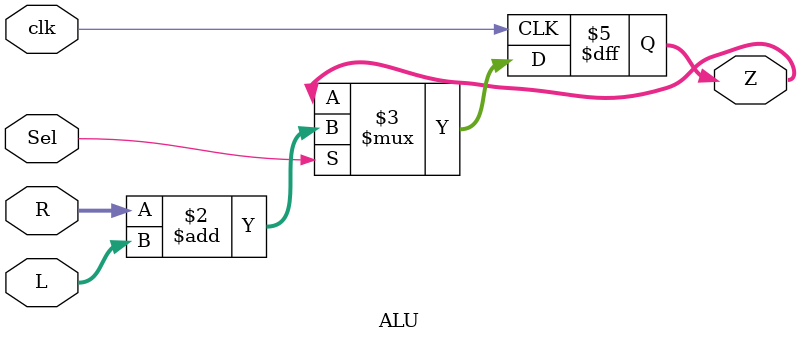
<source format=v>
module ALU(L, R, Z, Sel, clk);
input [3:0] L;
input [3:0] R;
output [3:0] Z;
input Sel;
input clk;
reg [3:0] Z;

always @(posedge clk)
begin
	if(clk)
	begin
		if(Sel)
		begin
			Z <= R+L;
		end
	end
end
endmodule
</source>
